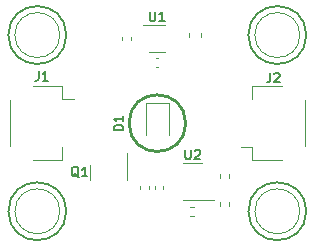
<source format=gto>
%TF.GenerationSoftware,KiCad,Pcbnew,7.0.8-7.0.8~ubuntu22.04.1*%
%TF.CreationDate,2024-01-30T20:07:11-08:00*%
%TF.ProjectId,415nm_16mA,3431356e-6d5f-4313-966d-412e6b696361,rev?*%
%TF.SameCoordinates,Original*%
%TF.FileFunction,Legend,Top*%
%TF.FilePolarity,Positive*%
%FSLAX46Y46*%
G04 Gerber Fmt 4.6, Leading zero omitted, Abs format (unit mm)*
G04 Created by KiCad (PCBNEW 7.0.8-7.0.8~ubuntu22.04.1) date 2024-01-30 20:07:11*
%MOMM*%
%LPD*%
G01*
G04 APERTURE LIST*
%ADD10C,0.250000*%
%ADD11C,0.150000*%
%ADD12C,0.050000*%
%ADD13C,0.120000*%
G04 APERTURE END LIST*
D10*
X65100000Y-60000000D02*
G75*
G03*
X65100000Y-60000000I-2400000J0D01*
G01*
D11*
X59798295Y-60610675D02*
X58998295Y-60610675D01*
X58998295Y-60610675D02*
X58998295Y-60420199D01*
X58998295Y-60420199D02*
X59036390Y-60305913D01*
X59036390Y-60305913D02*
X59112580Y-60229723D01*
X59112580Y-60229723D02*
X59188771Y-60191628D01*
X59188771Y-60191628D02*
X59341152Y-60153532D01*
X59341152Y-60153532D02*
X59455438Y-60153532D01*
X59455438Y-60153532D02*
X59607819Y-60191628D01*
X59607819Y-60191628D02*
X59684009Y-60229723D01*
X59684009Y-60229723D02*
X59760200Y-60305913D01*
X59760200Y-60305913D02*
X59798295Y-60420199D01*
X59798295Y-60420199D02*
X59798295Y-60610675D01*
X59798295Y-59391628D02*
X59798295Y-59848771D01*
X59798295Y-59620199D02*
X58998295Y-59620199D01*
X58998295Y-59620199D02*
X59112580Y-59696390D01*
X59112580Y-59696390D02*
X59188771Y-59772580D01*
X59188771Y-59772580D02*
X59226866Y-59848771D01*
X52643133Y-55620095D02*
X52643133Y-56191523D01*
X52643133Y-56191523D02*
X52605038Y-56305809D01*
X52605038Y-56305809D02*
X52528847Y-56382000D01*
X52528847Y-56382000D02*
X52414562Y-56420095D01*
X52414562Y-56420095D02*
X52338371Y-56420095D01*
X53443133Y-56420095D02*
X52985990Y-56420095D01*
X53214562Y-56420095D02*
X53214562Y-55620095D01*
X53214562Y-55620095D02*
X53138371Y-55734380D01*
X53138371Y-55734380D02*
X53062181Y-55810571D01*
X53062181Y-55810571D02*
X52985990Y-55848666D01*
X72274133Y-55747095D02*
X72274133Y-56318523D01*
X72274133Y-56318523D02*
X72236038Y-56432809D01*
X72236038Y-56432809D02*
X72159847Y-56509000D01*
X72159847Y-56509000D02*
X72045562Y-56547095D01*
X72045562Y-56547095D02*
X71969371Y-56547095D01*
X72616990Y-55823285D02*
X72655086Y-55785190D01*
X72655086Y-55785190D02*
X72731276Y-55747095D01*
X72731276Y-55747095D02*
X72921752Y-55747095D01*
X72921752Y-55747095D02*
X72997943Y-55785190D01*
X72997943Y-55785190D02*
X73036038Y-55823285D01*
X73036038Y-55823285D02*
X73074133Y-55899476D01*
X73074133Y-55899476D02*
X73074133Y-55975666D01*
X73074133Y-55975666D02*
X73036038Y-56089952D01*
X73036038Y-56089952D02*
X72578895Y-56547095D01*
X72578895Y-56547095D02*
X73074133Y-56547095D01*
X65060676Y-62243295D02*
X65060676Y-62890914D01*
X65060676Y-62890914D02*
X65098771Y-62967104D01*
X65098771Y-62967104D02*
X65136866Y-63005200D01*
X65136866Y-63005200D02*
X65213057Y-63043295D01*
X65213057Y-63043295D02*
X65365438Y-63043295D01*
X65365438Y-63043295D02*
X65441628Y-63005200D01*
X65441628Y-63005200D02*
X65479723Y-62967104D01*
X65479723Y-62967104D02*
X65517819Y-62890914D01*
X65517819Y-62890914D02*
X65517819Y-62243295D01*
X65860675Y-62319485D02*
X65898771Y-62281390D01*
X65898771Y-62281390D02*
X65974961Y-62243295D01*
X65974961Y-62243295D02*
X66165437Y-62243295D01*
X66165437Y-62243295D02*
X66241628Y-62281390D01*
X66241628Y-62281390D02*
X66279723Y-62319485D01*
X66279723Y-62319485D02*
X66317818Y-62395676D01*
X66317818Y-62395676D02*
X66317818Y-62471866D01*
X66317818Y-62471866D02*
X66279723Y-62586152D01*
X66279723Y-62586152D02*
X65822580Y-63043295D01*
X65822580Y-63043295D02*
X66317818Y-63043295D01*
X62067476Y-50565495D02*
X62067476Y-51213114D01*
X62067476Y-51213114D02*
X62105571Y-51289304D01*
X62105571Y-51289304D02*
X62143666Y-51327400D01*
X62143666Y-51327400D02*
X62219857Y-51365495D01*
X62219857Y-51365495D02*
X62372238Y-51365495D01*
X62372238Y-51365495D02*
X62448428Y-51327400D01*
X62448428Y-51327400D02*
X62486523Y-51289304D01*
X62486523Y-51289304D02*
X62524619Y-51213114D01*
X62524619Y-51213114D02*
X62524619Y-50565495D01*
X63324618Y-51365495D02*
X62867475Y-51365495D01*
X63096047Y-51365495D02*
X63096047Y-50565495D01*
X63096047Y-50565495D02*
X63019856Y-50679780D01*
X63019856Y-50679780D02*
X62943666Y-50755971D01*
X62943666Y-50755971D02*
X62867475Y-50794066D01*
X56048809Y-64588485D02*
X55972619Y-64550390D01*
X55972619Y-64550390D02*
X55896428Y-64474200D01*
X55896428Y-64474200D02*
X55782142Y-64359914D01*
X55782142Y-64359914D02*
X55705952Y-64321819D01*
X55705952Y-64321819D02*
X55629761Y-64321819D01*
X55667857Y-64512295D02*
X55591666Y-64474200D01*
X55591666Y-64474200D02*
X55515476Y-64398009D01*
X55515476Y-64398009D02*
X55477380Y-64245628D01*
X55477380Y-64245628D02*
X55477380Y-63978961D01*
X55477380Y-63978961D02*
X55515476Y-63826580D01*
X55515476Y-63826580D02*
X55591666Y-63750390D01*
X55591666Y-63750390D02*
X55667857Y-63712295D01*
X55667857Y-63712295D02*
X55820238Y-63712295D01*
X55820238Y-63712295D02*
X55896428Y-63750390D01*
X55896428Y-63750390D02*
X55972619Y-63826580D01*
X55972619Y-63826580D02*
X56010714Y-63978961D01*
X56010714Y-63978961D02*
X56010714Y-64245628D01*
X56010714Y-64245628D02*
X55972619Y-64398009D01*
X55972619Y-64398009D02*
X55896428Y-64474200D01*
X55896428Y-64474200D02*
X55820238Y-64512295D01*
X55820238Y-64512295D02*
X55667857Y-64512295D01*
X56772618Y-64512295D02*
X56315475Y-64512295D01*
X56544047Y-64512295D02*
X56544047Y-63712295D01*
X56544047Y-63712295D02*
X56467856Y-63826580D01*
X56467856Y-63826580D02*
X56391666Y-63902771D01*
X56391666Y-63902771D02*
X56315475Y-63940866D01*
D12*
%TO.C,M1*%
X54440000Y-52540000D02*
G75*
G03*
X54440000Y-52540000I-1900000J0D01*
G01*
D11*
X54990000Y-52540000D02*
G75*
G03*
X54990000Y-52540000I-2450000J0D01*
G01*
D12*
%TO.C,M2*%
X74760000Y-52540000D02*
G75*
G03*
X74760000Y-52540000I-1900000J0D01*
G01*
D11*
X75310000Y-52540000D02*
G75*
G03*
X75310000Y-52540000I-2450000J0D01*
G01*
D12*
%TO.C,M3*%
X74760000Y-67460000D02*
G75*
G03*
X74760000Y-67460000I-1900000J0D01*
G01*
D11*
X75310000Y-67460000D02*
G75*
G03*
X75310000Y-67460000I-2450000J0D01*
G01*
D12*
%TO.C,M4*%
X54440000Y-67460000D02*
G75*
G03*
X54440000Y-67460000I-1900000J0D01*
G01*
D11*
X54990000Y-67460000D02*
G75*
G03*
X54990000Y-67460000I-2450000J0D01*
G01*
D13*
%TO.C,D1*%
X63660000Y-58315000D02*
X61740000Y-58315000D01*
X61740000Y-58315000D02*
X61740000Y-61000000D01*
X63660000Y-61000000D02*
X63660000Y-58315000D01*
%TO.C,J1*%
X54665000Y-56890000D02*
X54665000Y-57940000D01*
X52165000Y-56890000D02*
X54665000Y-56890000D01*
X54665000Y-57940000D02*
X55655000Y-57940000D01*
X50195000Y-58060000D02*
X50195000Y-61940000D01*
X54665000Y-63110000D02*
X54665000Y-62060000D01*
X52165000Y-63110000D02*
X54665000Y-63110000D01*
%TO.C,J2*%
X70735000Y-63110000D02*
X70735000Y-62060000D01*
X73235000Y-63110000D02*
X70735000Y-63110000D01*
X70735000Y-62060000D02*
X69745000Y-62060000D01*
X75205000Y-61940000D02*
X75205000Y-58060000D01*
X70735000Y-56890000D02*
X70735000Y-57940000D01*
X73235000Y-56890000D02*
X70735000Y-56890000D01*
%TO.C,R1*%
X68807600Y-64338959D02*
X68807600Y-64646241D01*
X68047600Y-64338959D02*
X68047600Y-64646241D01*
%TO.C,U2*%
X65657700Y-66491000D02*
X67457700Y-66491000D01*
X65657700Y-66491000D02*
X64857700Y-66491000D01*
X65657700Y-63371000D02*
X66457700Y-63371000D01*
X65657700Y-63371000D02*
X64857700Y-63371000D01*
%TO.C,C3*%
X62485200Y-65563836D02*
X62485200Y-65348164D01*
X63205200Y-65563836D02*
X63205200Y-65348164D01*
%TO.C,R3*%
X68047600Y-67004441D02*
X68047600Y-66697159D01*
X68807600Y-67004441D02*
X68807600Y-66697159D01*
%TO.C,L1*%
X66372200Y-52364421D02*
X66372200Y-52689979D01*
X65352200Y-52364421D02*
X65352200Y-52689979D01*
%TO.C,R2*%
X65506559Y-67101000D02*
X65813841Y-67101000D01*
X65506559Y-67861000D02*
X65813841Y-67861000D01*
%TO.C,C1*%
X59711000Y-52939836D02*
X59711000Y-52724164D01*
X60431000Y-52939836D02*
X60431000Y-52724164D01*
%TO.C,U1*%
X61977000Y-54007000D02*
X63377000Y-54007000D01*
X63377000Y-51687000D02*
X61477000Y-51687000D01*
%TO.C,C4*%
X61260200Y-65568836D02*
X61260200Y-65353164D01*
X61980200Y-65568836D02*
X61980200Y-65353164D01*
%TO.C,Q1*%
X60110000Y-64162500D02*
X60110000Y-62487500D01*
X60110000Y-64162500D02*
X60110000Y-64812500D01*
X56990000Y-64162500D02*
X56990000Y-63512500D01*
X56990000Y-64162500D02*
X56990000Y-64812500D01*
%TO.C,C2*%
X62581964Y-54504000D02*
X62797636Y-54504000D01*
X62581964Y-55224000D02*
X62797636Y-55224000D01*
%TD*%
M02*

</source>
